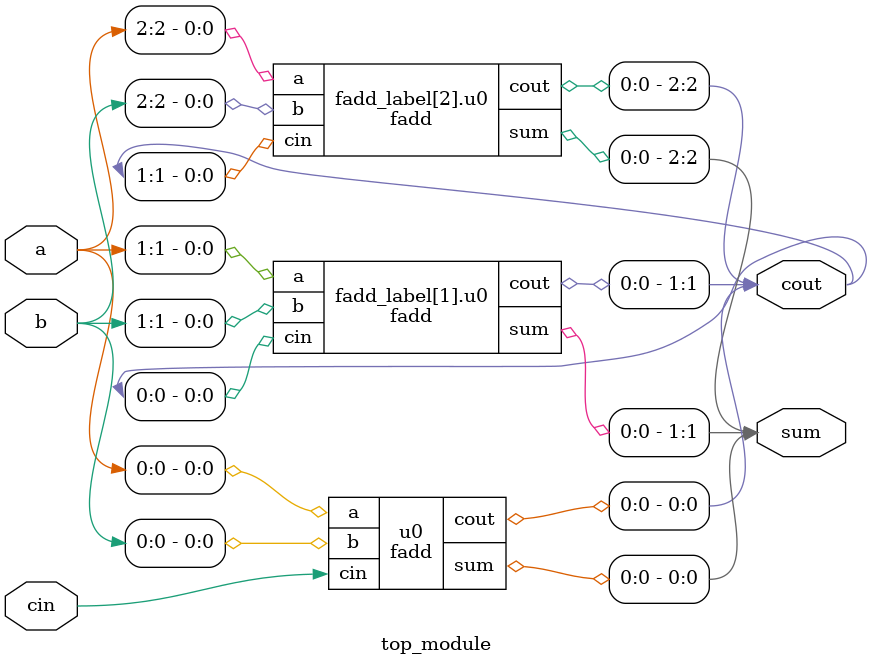
<source format=v>
module fadd (input a, b, cin,
             output cout, sum);
    assign cout = a&b | b&cin | cin&a;
    assign sum = a^b^cin;
endmodule

module top_module( 
    input [2:0] a, b,
    input cin,
    output [2:0] cout,
    output [2:0] sum );
    
    genvar i;
    
    generate
        fadd u0 (a[0], b[0], cin, cout[0], sum[0]);
        for (i=1; i<3; i++) begin: fadd_label
            fadd u0 (a[i], b[i], cout[i-1], cout[i], sum[i]);
        end
    endgenerate

endmodule
</source>
